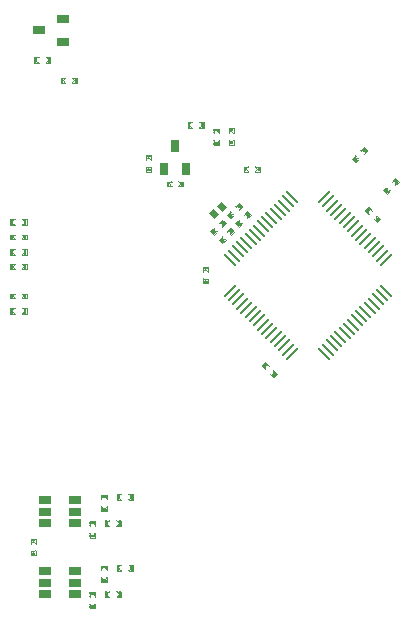
<source format=gtp>
G04*
G04 #@! TF.GenerationSoftware,Altium Limited,Altium Designer,19.1.5 (86)*
G04*
G04 Layer_Color=8421504*
%FSLAX44Y44*%
%MOMM*%
G71*
G01*
G75*
%ADD14C,0.1200*%
%ADD15C,0.1000*%
%ADD16R,0.2150X0.4800*%
%ADD17R,0.2500X0.4000*%
%ADD18R,0.4000X0.2500*%
%ADD19R,0.4800X0.2150*%
G04:AMPARAMS|DCode=20|XSize=0.25mm|YSize=0.4mm|CornerRadius=0mm|HoleSize=0mm|Usage=FLASHONLY|Rotation=45.000|XOffset=0mm|YOffset=0mm|HoleType=Round|Shape=Rectangle|*
%AMROTATEDRECTD20*
4,1,4,0.0530,-0.2298,-0.2298,0.0530,-0.0530,0.2298,0.2298,-0.0530,0.0530,-0.2298,0.0*
%
%ADD20ROTATEDRECTD20*%

G04:AMPARAMS|DCode=21|XSize=0.25mm|YSize=0.4mm|CornerRadius=0mm|HoleSize=0mm|Usage=FLASHONLY|Rotation=135.000|XOffset=0mm|YOffset=0mm|HoleType=Round|Shape=Rectangle|*
%AMROTATEDRECTD21*
4,1,4,0.2298,0.0530,-0.0530,-0.2298,-0.2298,-0.0530,0.0530,0.2298,0.2298,0.0530,0.0*
%
%ADD21ROTATEDRECTD21*%

G04:AMPARAMS|DCode=22|XSize=0.69mm|YSize=0.99mm|CornerRadius=0.0069mm|HoleSize=0mm|Usage=FLASHONLY|Rotation=270.000|XOffset=0mm|YOffset=0mm|HoleType=Round|Shape=RoundedRectangle|*
%AMROUNDEDRECTD22*
21,1,0.6900,0.9762,0,0,270.0*
21,1,0.6762,0.9900,0,0,270.0*
1,1,0.0138,-0.4881,-0.3381*
1,1,0.0138,-0.4881,0.3381*
1,1,0.0138,0.4881,0.3381*
1,1,0.0138,0.4881,-0.3381*
%
%ADD22ROUNDEDRECTD22*%
%ADD23R,0.8000X1.0000*%
%ADD24R,1.0000X0.8000*%
G04:AMPARAMS|DCode=25|XSize=1.4mm|YSize=0.2mm|CornerRadius=0mm|HoleSize=0mm|Usage=FLASHONLY|Rotation=45.000|XOffset=0mm|YOffset=0mm|HoleType=Round|Shape=RoundedRectangle|*
%AMROUNDEDRECTD25*
21,1,1.4000,0.2000,0,0,45.0*
21,1,1.4000,0.2000,0,0,45.0*
1,1,0.0000,0.5657,0.4243*
1,1,0.0000,-0.4243,-0.5657*
1,1,0.0000,-0.5657,-0.4243*
1,1,0.0000,0.4243,0.5657*
%
%ADD25ROUNDEDRECTD25*%
G04:AMPARAMS|DCode=26|XSize=1.4mm|YSize=0.2mm|CornerRadius=0mm|HoleSize=0mm|Usage=FLASHONLY|Rotation=315.000|XOffset=0mm|YOffset=0mm|HoleType=Round|Shape=RoundedRectangle|*
%AMROUNDEDRECTD26*
21,1,1.4000,0.2000,0,0,315.0*
21,1,1.4000,0.2000,0,0,315.0*
1,1,0.0000,0.4243,-0.5657*
1,1,0.0000,-0.5657,0.4243*
1,1,0.0000,-0.4243,0.5657*
1,1,0.0000,0.5657,-0.4243*
%
%ADD26ROUNDEDRECTD26*%
G04:AMPARAMS|DCode=27|XSize=0.62mm|YSize=0.5mm|CornerRadius=0mm|HoleSize=0mm|Usage=FLASHONLY|Rotation=315.000|XOffset=0mm|YOffset=0mm|HoleType=Round|Shape=Rectangle|*
%AMROTATEDRECTD27*
4,1,4,-0.3960,0.0424,-0.0424,0.3960,0.3960,-0.0424,0.0424,-0.3960,-0.3960,0.0424,0.0*
%
%ADD27ROTATEDRECTD27*%

D14*
X254400Y564900D02*
G03*
X254400Y560100I440J-2400D01*
G01*
X260600D02*
G03*
X260600Y564900I-440J2400D01*
G01*
X254400Y539900D02*
G03*
X254400Y535100I440J-2400D01*
G01*
X260600D02*
G03*
X260600Y539900I-440J2400D01*
G01*
X254400Y489900D02*
G03*
X254400Y485100I440J-2400D01*
G01*
X260600D02*
G03*
X260600Y489900I-440J2400D01*
G01*
X410600Y642600D02*
G03*
X410600Y647400I-440J2400D01*
G01*
X404400D02*
G03*
X404400Y642600I440J-2400D01*
G01*
X422600Y631900D02*
G03*
X427400Y631900I2400J440D01*
G01*
Y638100D02*
G03*
X422600Y638100I-2400J-440D01*
G01*
X332400Y268100D02*
G03*
X327600Y268100I-2400J-440D01*
G01*
Y261900D02*
G03*
X332400Y261900I2400J440D01*
G01*
X350600Y267600D02*
G03*
X350600Y272400I-440J2400D01*
G01*
X344400D02*
G03*
X344400Y267600I440J-2400D01*
G01*
Y332400D02*
G03*
X344400Y327600I440J-2400D01*
G01*
X350600D02*
G03*
X350600Y332400I-440J2400D01*
G01*
X327600Y321900D02*
G03*
X332400Y321900I2400J440D01*
G01*
Y328100D02*
G03*
X327600Y328100I-2400J-440D01*
G01*
X340600Y245100D02*
G03*
X340600Y249900I-440J2400D01*
G01*
X334400D02*
G03*
X334400Y245100I440J-2400D01*
G01*
X322400Y245600D02*
G03*
X317600Y245600I-2400J-440D01*
G01*
Y239400D02*
G03*
X322400Y239400I2400J440D01*
G01*
X334400Y309900D02*
G03*
X334400Y305100I440J-2400D01*
G01*
X340600D02*
G03*
X340600Y309900I-440J2400D01*
G01*
X317600Y299400D02*
G03*
X322400Y299400I2400J440D01*
G01*
Y305600D02*
G03*
X317600Y305600I-2400J-440D01*
G01*
X280600Y697600D02*
G03*
X280600Y702400I-440J2400D01*
G01*
X274400D02*
G03*
X274400Y697600I440J-2400D01*
G01*
X250600Y564900D02*
X254400D01*
X250600Y560100D02*
X254400D01*
X250600D02*
Y564900D01*
X264400Y560100D02*
Y564900D01*
X260600Y560100D02*
X264400D01*
X260600Y564900D02*
X264400D01*
X250600Y539900D02*
X254400D01*
X250600Y535100D02*
X254400D01*
X250600D02*
Y539900D01*
X264400Y535100D02*
Y539900D01*
X260600Y535100D02*
X264400D01*
X260600Y539900D02*
X264400D01*
X250600Y489900D02*
X254400D01*
X250600Y485100D02*
X254400D01*
X250600D02*
Y489900D01*
X264400Y485100D02*
Y489900D01*
X260600Y485100D02*
X264400D01*
X260600Y489900D02*
X264400D01*
X410600Y647400D02*
X414400D01*
X410600Y642600D02*
X414400D01*
Y647400D01*
X400600Y642600D02*
Y647400D01*
Y642600D02*
X404400D01*
X400600Y647400D02*
X404400D01*
X427400Y628100D02*
Y631900D01*
X422600Y628100D02*
Y631900D01*
Y628100D02*
X427400D01*
X422600Y641900D02*
X427400D01*
X422600Y638100D02*
Y641900D01*
X427400Y638100D02*
Y641900D01*
X327600Y268100D02*
Y271900D01*
X332400Y268100D02*
Y271900D01*
X327600D02*
X332400D01*
X327600Y258100D02*
X332400D01*
Y261900D01*
X327600Y258100D02*
Y261900D01*
X350600Y272400D02*
X354400D01*
X350600Y267600D02*
X354400D01*
Y272400D01*
X340600Y267600D02*
Y272400D01*
Y267600D02*
X344400D01*
X340600Y272400D02*
X344400D01*
X340600Y327600D02*
X344400D01*
X340600Y332400D02*
X344400D01*
X340600Y327600D02*
Y332400D01*
X354400Y327600D02*
Y332400D01*
X350600D02*
X354400D01*
X350600Y327600D02*
X354400D01*
X332400Y318100D02*
Y321900D01*
X327600Y318100D02*
Y321900D01*
Y318100D02*
X332400D01*
X327600Y331900D02*
X332400D01*
X327600Y328100D02*
Y331900D01*
X332400Y328100D02*
Y331900D01*
X340600Y249900D02*
X344400D01*
X340600Y245100D02*
X344400D01*
Y249900D01*
X330600Y245100D02*
Y249900D01*
Y245100D02*
X334400D01*
X330600Y249900D02*
X334400D01*
X317600Y245600D02*
Y249400D01*
X322400Y245600D02*
Y249400D01*
X317600D02*
X322400D01*
X317600Y235600D02*
X322400D01*
Y239400D01*
X317600Y235600D02*
Y239400D01*
X330600Y305100D02*
X334400D01*
X330600Y309900D02*
X334400D01*
X330600Y305100D02*
Y309900D01*
X344400Y305100D02*
Y309900D01*
X340600D02*
X344400D01*
X340600Y305100D02*
X344400D01*
X322400Y295600D02*
Y299400D01*
X317600Y295600D02*
Y299400D01*
Y295600D02*
X322400D01*
X317600Y309400D02*
X322400D01*
X317600Y305600D02*
Y309400D01*
X322400Y305600D02*
Y309400D01*
X280600Y697600D02*
X284400Y697600D01*
X280600Y702400D02*
X284400D01*
X284400Y697600D02*
X284400Y702400D01*
X270600Y697600D02*
Y702400D01*
X274400D01*
X270600Y697600D02*
X274400Y697600D01*
D15*
X254500Y552000D02*
G03*
X254500Y548000I367J-2000D01*
G01*
X260500D02*
G03*
X260500Y552000I-367J2000D01*
G01*
X254500Y527000D02*
G03*
X254500Y523000I367J-2000D01*
G01*
X260500D02*
G03*
X260500Y527000I-367J2000D01*
G01*
X254500Y502000D02*
G03*
X254500Y498000I367J-2000D01*
G01*
X260500D02*
G03*
X260500Y502000I-367J2000D01*
G01*
X435500Y632000D02*
G03*
X439500Y632000I2000J367D01*
G01*
Y638000D02*
G03*
X435500Y638000I-2000J-367D01*
G01*
X452000Y609500D02*
G03*
X452000Y605500I367J-2000D01*
G01*
X458000D02*
G03*
X458000Y609500I-367J2000D01*
G01*
X303000Y680500D02*
G03*
X303000Y684500I-367J2000D01*
G01*
X297000D02*
G03*
X297000Y680500I367J-2000D01*
G01*
X268000Y284500D02*
G03*
X272000Y284500I2000J367D01*
G01*
Y290500D02*
G03*
X268000Y290500I-2000J-367D01*
G01*
X369500Y615500D02*
G03*
X365500Y615500I-2000J-367D01*
G01*
Y609500D02*
G03*
X369500Y609500I2000J367D01*
G01*
X393000Y593000D02*
G03*
X393000Y597000I-367J2000D01*
G01*
X387000D02*
G03*
X387000Y593000I367J-2000D01*
G01*
X549974Y620455D02*
G03*
X547146Y623283I-1673J1155D01*
G01*
X542903Y619041D02*
G03*
X545732Y616212I1673J-1155D01*
G01*
X576491Y593938D02*
G03*
X573662Y596767I-1673J1155D01*
G01*
X569420Y592524D02*
G03*
X572248Y589696I1673J-1155D01*
G01*
X444164Y564523D02*
G03*
X446992Y561694I1673J-1155D01*
G01*
X451235Y565937D02*
G03*
X448406Y568765I-1673J1155D01*
G01*
X437093Y571594D02*
G03*
X439921Y568765I1673J-1155D01*
G01*
X444164Y573008D02*
G03*
X441335Y575836I-1673J1155D01*
G01*
X430022Y558866D02*
G03*
X427193Y561694I-1673J1155D01*
G01*
X422951Y557452D02*
G03*
X425779Y554623I1673J-1155D01*
G01*
X437093Y551795D02*
G03*
X434264Y554623I-1673J1155D01*
G01*
X430022Y550381D02*
G03*
X432850Y547552I1673J-1155D01*
G01*
X413879Y514803D02*
G03*
X417879Y514803I2000J367D01*
G01*
Y520803D02*
G03*
X413879Y520803I-2000J-367D01*
G01*
X556594Y572301D02*
G03*
X553765Y569472I-1155J-1673D01*
G01*
X558008Y565230D02*
G03*
X560836Y568058I1155J1673D01*
G01*
X470707Y433965D02*
G03*
X473535Y436793I1155J1673D01*
G01*
X469293Y441035D02*
G03*
X466464Y438207I-1155J-1673D01*
G01*
X250500Y548000D02*
Y552000D01*
X254500D01*
X250500Y548000D02*
X254500D01*
X260500D02*
X264500D01*
X260500Y552000D02*
X264500D01*
Y548000D02*
Y552000D01*
X250500Y523000D02*
Y527000D01*
X254500D01*
X250500Y523000D02*
X254500D01*
X260500D02*
X264500D01*
X260500Y527000D02*
X264500D01*
Y523000D02*
Y527000D01*
X250500Y498000D02*
Y502000D01*
X254500D01*
X250500Y498000D02*
X254500D01*
X260500D02*
X264500D01*
X260500Y502000D02*
X264500D01*
Y498000D02*
Y502000D01*
X435500Y628000D02*
X439500D01*
X435500D02*
Y632000D01*
X439500Y628000D02*
Y632000D01*
Y638000D02*
Y642000D01*
X435500Y638000D02*
Y642000D01*
X439500D01*
X448000Y605500D02*
Y609500D01*
X452000D01*
X448000Y605500D02*
X452000D01*
X458000D02*
X462000D01*
X458000Y609500D02*
X462000D01*
Y605500D02*
Y609500D01*
X307000Y680500D02*
Y684500D01*
X303000D02*
X307000D01*
X303000Y680500D02*
X307000D01*
X293000D02*
X297000D01*
X293000Y684500D02*
X297000D01*
X293000Y680500D02*
Y684500D01*
X268000Y280500D02*
X272000D01*
X268000D02*
Y284500D01*
X272000Y280500D02*
Y284500D01*
Y290500D02*
Y294500D01*
X268000Y290500D02*
Y294500D01*
X272000D01*
X365500Y619500D02*
X369500D01*
X365500Y615500D02*
Y619500D01*
X369500Y615500D02*
X369500Y619500D01*
X369500Y605500D02*
Y609500D01*
X365500Y605500D02*
Y609500D01*
Y605500D02*
X369500D01*
X397000Y593000D02*
Y597000D01*
X393000D02*
X397000D01*
X393000Y593000D02*
X397000D01*
X383000D02*
X387000D01*
X383000Y597000D02*
X387000D01*
X383000Y593000D02*
Y597000D01*
X549974Y626112D02*
X552803Y623283D01*
X547146Y623283D02*
X549974Y626112D01*
X549974Y620455D02*
X552803Y623283D01*
X542903Y613384D02*
X545732Y616212D01*
X540075Y616212D02*
X542903Y619041D01*
X540075Y616212D02*
X542903Y613384D01*
X576491Y599595D02*
X579319Y596767D01*
X573662Y596767D02*
X576491Y599595D01*
X576491Y593938D02*
X579319Y596767D01*
X569420Y586867D02*
X572248Y589696D01*
X566591Y589696D02*
X569420Y592524D01*
X566591Y589696D02*
X569420Y586867D01*
X441335Y561694D02*
X444164Y558866D01*
X446992Y561694D01*
X441335Y561694D02*
X444164Y564523D01*
X448406Y568765D02*
X451235Y571594D01*
X451235Y565937D02*
X454063Y568765D01*
X451235Y571594D02*
X454063Y568765D01*
X434264Y568765D02*
X437093Y565937D01*
X439921Y568765D01*
X434264Y568765D02*
X437093Y571594D01*
X441335Y575836D02*
X444164Y578665D01*
Y573008D02*
X446992Y575836D01*
X444164Y578665D02*
X446992Y575836D01*
X430022Y564523D02*
X432850Y561694D01*
X427193Y561694D02*
X430022Y564523D01*
X430022Y558866D02*
X432850Y561694D01*
X422951Y551795D02*
X425779Y554623D01*
X420122Y554623D02*
X422951Y557452D01*
X420122Y554623D02*
X422951Y551795D01*
X437093Y557452D02*
X439921Y554623D01*
X434264D02*
X437093Y557452D01*
X437093Y551795D02*
X439921Y554623D01*
X430022Y544724D02*
X432850Y547552D01*
X427193Y547552D02*
X430022Y550381D01*
X427193Y547552D02*
X430022Y544724D01*
X413879Y510803D02*
X417879D01*
Y514803D01*
X413879Y510803D02*
Y514803D01*
Y520803D02*
Y524803D01*
X417879Y520803D02*
Y524803D01*
X413879D02*
X417879D01*
X550937Y572301D02*
X553765Y575129D01*
X550937Y572301D02*
X553765Y569472D01*
X553765Y575129D02*
X556594Y572301D01*
X560836Y568058D02*
X563665Y565230D01*
X558008Y565230D02*
X560836Y562401D01*
X563665Y565230D01*
X473535Y431136D02*
X476364Y433964D01*
X473535Y436793D02*
X476364Y433964D01*
X470707Y433965D02*
X473535Y431136D01*
X463636Y441035D02*
X466465Y438207D01*
X466464Y443864D02*
X469293Y441035D01*
X463636Y441035D02*
X466464Y443864D01*
D16*
X251675Y562501D02*
D03*
X263325Y562501D02*
D03*
X251675Y537501D02*
D03*
X263325Y537501D02*
D03*
X251675Y487500D02*
D03*
X263325Y487500D02*
D03*
X413325Y645000D02*
D03*
X401675D02*
D03*
X353325Y270001D02*
D03*
X341675Y270001D02*
D03*
X341675Y330000D02*
D03*
X353325D02*
D03*
X343325Y247501D02*
D03*
X331675Y247501D02*
D03*
Y307500D02*
D03*
X343325Y307500D02*
D03*
X283325Y700000D02*
D03*
X271675Y700001D02*
D03*
D17*
X251751Y550000D02*
D03*
X263251Y550000D02*
D03*
X251751Y525000D02*
D03*
X263251D02*
D03*
X251751Y500000D02*
D03*
X263251Y500000D02*
D03*
X449250Y607500D02*
D03*
X460750D02*
D03*
X305750Y682500D02*
D03*
X294250Y682500D02*
D03*
X395750Y595000D02*
D03*
X384250D02*
D03*
D18*
X437500Y629250D02*
D03*
X437500Y640750D02*
D03*
X270000Y281750D02*
D03*
X270000Y293250D02*
D03*
X367498Y618250D02*
D03*
X367500Y606749D02*
D03*
X415880Y512052D02*
D03*
X415880Y523552D02*
D03*
D19*
X425000Y629175D02*
D03*
X425000Y640825D02*
D03*
X330000Y270825D02*
D03*
Y259175D02*
D03*
X329998Y319175D02*
D03*
X330002Y330825D02*
D03*
X320000Y248325D02*
D03*
X320000Y236675D02*
D03*
X319998Y296675D02*
D03*
X320002Y308325D02*
D03*
D20*
X550505Y623814D02*
D03*
X542374Y615682D02*
D03*
X577021Y597298D02*
D03*
X568890Y589165D02*
D03*
X443633Y561164D02*
D03*
X451765Y569296D02*
D03*
X436562Y568235D02*
D03*
X444694Y576366D02*
D03*
X430552Y562225D02*
D03*
X422421Y554093D02*
D03*
X437623Y555154D02*
D03*
X429491Y547022D02*
D03*
D21*
X553234Y572832D02*
D03*
X561367Y564699D02*
D03*
X474066Y433434D02*
D03*
X465934Y441565D02*
D03*
D22*
X279550Y308000D02*
D03*
Y317500D02*
D03*
Y327000D02*
D03*
X305450D02*
D03*
Y317500D02*
D03*
Y308000D02*
D03*
X279550Y248000D02*
D03*
Y257500D02*
D03*
Y267000D02*
D03*
X305450D02*
D03*
Y257500D02*
D03*
Y248000D02*
D03*
D23*
X390000Y627500D02*
D03*
X399500Y607750D02*
D03*
X380500D02*
D03*
D24*
X294750Y715500D02*
D03*
Y734500D02*
D03*
X275000Y725000D02*
D03*
D25*
X536972Y562578D02*
D03*
X457422Y483029D02*
D03*
X568791Y530758D02*
D03*
X558185Y541365D02*
D03*
X561720Y537829D02*
D03*
X565256Y534294D02*
D03*
X540507Y559043D02*
D03*
X544043Y555507D02*
D03*
X547578Y551972D02*
D03*
X551114Y548436D02*
D03*
X554649Y544900D02*
D03*
X478635Y461815D02*
D03*
X489242Y451209D02*
D03*
X485706Y454744D02*
D03*
X482171Y458280D02*
D03*
X460958Y479493D02*
D03*
X475100Y465351D02*
D03*
X471564Y468886D02*
D03*
X468029Y472422D02*
D03*
X464493Y475958D02*
D03*
X529900Y569649D02*
D03*
X533436Y566114D02*
D03*
X515758Y583791D02*
D03*
X519294Y580256D02*
D03*
X522829Y576720D02*
D03*
X526365Y573185D02*
D03*
X450351Y490100D02*
D03*
X453886Y486564D02*
D03*
X436209Y504242D02*
D03*
X446815Y493635D02*
D03*
X443280Y497171D02*
D03*
X439744Y500706D02*
D03*
D26*
X551114Y486564D02*
D03*
X471564Y566114D02*
D03*
X568791Y504242D02*
D03*
X565256Y500706D02*
D03*
X561720Y497171D02*
D03*
X558185Y493635D02*
D03*
X554649Y490100D02*
D03*
X540507Y475958D02*
D03*
X547578Y483029D02*
D03*
X544043Y479493D02*
D03*
X536972Y472422D02*
D03*
X533436Y468886D02*
D03*
X529900Y465351D02*
D03*
X526365Y461815D02*
D03*
X522829Y458280D02*
D03*
X519294Y454744D02*
D03*
X515758Y451209D02*
D03*
X489242Y583791D02*
D03*
X475100Y569649D02*
D03*
X478635Y573185D02*
D03*
X482171Y576720D02*
D03*
X485706Y580256D02*
D03*
X460958Y555507D02*
D03*
X464493Y559043D02*
D03*
X468029Y562578D02*
D03*
X436209Y530758D02*
D03*
X439744Y534294D02*
D03*
X443280Y537829D02*
D03*
X446815Y541365D02*
D03*
X450351Y544900D02*
D03*
X453886Y548436D02*
D03*
X457422Y551972D02*
D03*
D27*
X429668Y575483D02*
D03*
X423304Y569119D02*
D03*
M02*

</source>
